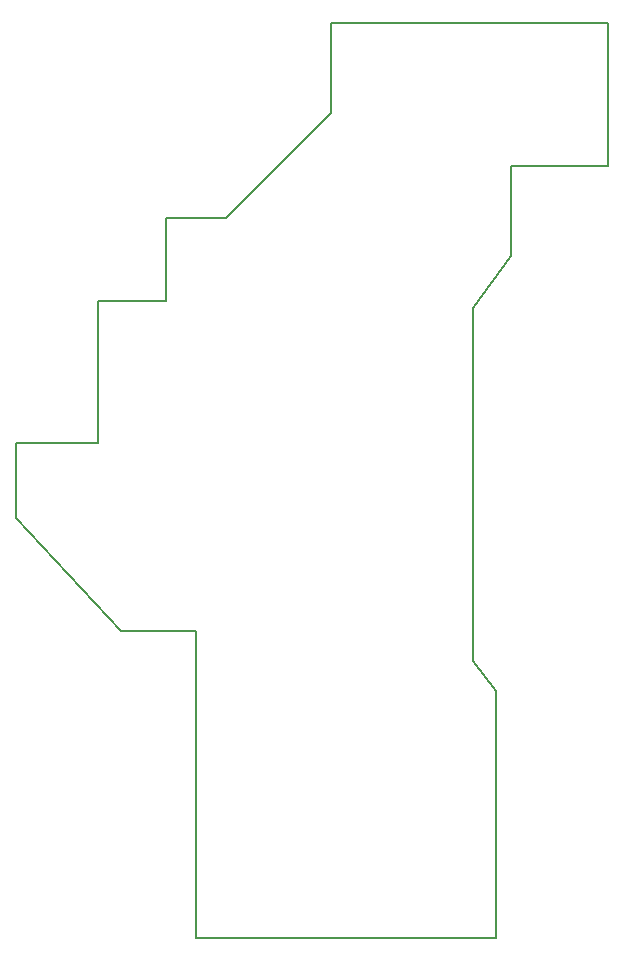
<source format=gm1>
G04 #@! TF.GenerationSoftware,KiCad,Pcbnew,5.0.2+dfsg1-1~bpo9+1*
G04 #@! TF.CreationDate,2019-11-08T21:31:29-05:00*
G04 #@! TF.ProjectId,uno,756e6f2e-6b69-4636-9164-5f7063625858,v1.0*
G04 #@! TF.SameCoordinates,Original*
G04 #@! TF.FileFunction,Profile,NP*
%FSLAX46Y46*%
G04 Gerber Fmt 4.6, Leading zero omitted, Abs format (unit mm)*
G04 Created by KiCad (PCBNEW 5.0.2+dfsg1-1~bpo9+1) date Fri 08 Nov 2019 09:31:29 PM EST*
%MOMM*%
%LPD*%
G01*
G04 APERTURE LIST*
%ADD10C,0.152400*%
G04 APERTURE END LIST*
D10*
X79375000Y-49530000D02*
X79375000Y-53340000D01*
X76200000Y-57785000D02*
X76200000Y-80010000D01*
X76200000Y-57785000D02*
X79375000Y-53340000D01*
X64135000Y-33655000D02*
X87630000Y-33655000D01*
X64135000Y-41275000D02*
X64135000Y-33655000D01*
X55245000Y-50165000D02*
X64135000Y-41275000D01*
X50165000Y-50165000D02*
X55245000Y-50165000D01*
X50165000Y-57150000D02*
X50165000Y-50165000D01*
X44450000Y-57150000D02*
X50165000Y-57150000D01*
X44450000Y-69215000D02*
X44450000Y-57150000D01*
X37465000Y-69215000D02*
X44450000Y-69215000D01*
X37465000Y-75565000D02*
X37465000Y-69215000D01*
X76835000Y-111125000D02*
X52705000Y-111125000D01*
X46355000Y-85090000D02*
X37465000Y-75565000D01*
X52705000Y-85090000D02*
X46355000Y-85090000D01*
X52705000Y-111125000D02*
X52705000Y-85090000D01*
X79375000Y-45720000D02*
X79375000Y-49530000D01*
X87630000Y-45720000D02*
X79375000Y-45720000D01*
X87630000Y-33655000D02*
X87630000Y-45720000D01*
X78105000Y-110490000D02*
X78105000Y-108585000D01*
X78105000Y-111125000D02*
X78105000Y-110490000D01*
X76835000Y-111125000D02*
X78105000Y-111125000D01*
X78105000Y-90170000D02*
X78105000Y-108585000D01*
X76200000Y-87630000D02*
X78105000Y-90170000D01*
X76200000Y-80010000D02*
X76200000Y-87630000D01*
M02*

</source>
